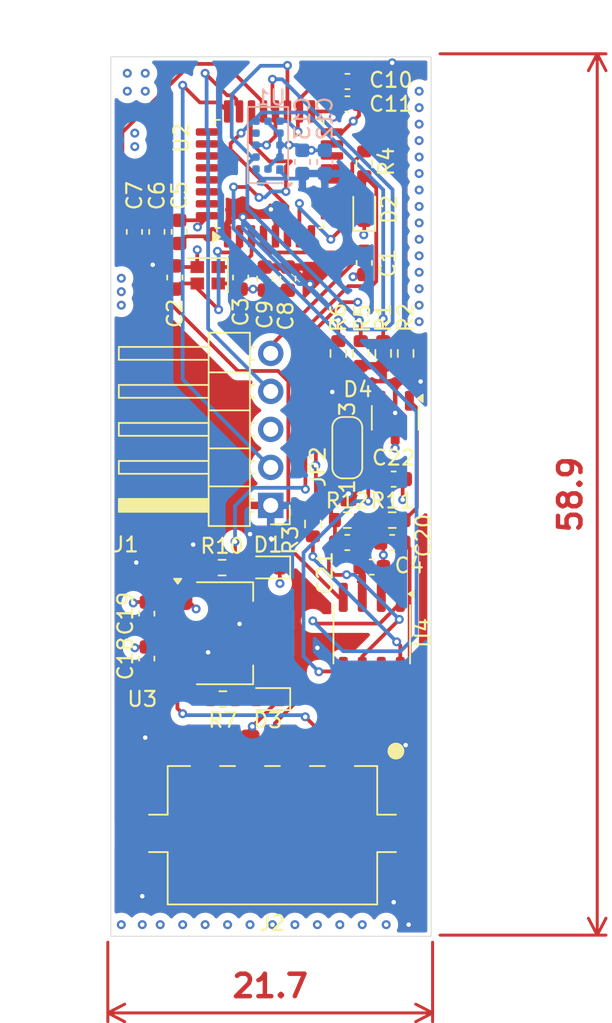
<source format=kicad_pcb>
(kicad_pcb
	(version 20241229)
	(generator "pcbnew")
	(generator_version "9.0")
	(general
		(thickness 1.6)
		(legacy_teardrops no)
	)
	(paper "A4")
	(title_block
		(title "tof Sensor Platine")
		(company "Jonas Urban")
	)
	(layers
		(0 "F.Cu" signal)
		(4 "In1.Cu" signal)
		(6 "In2.Cu" signal)
		(2 "B.Cu" signal)
		(9 "F.Adhes" user "F.Adhesive")
		(11 "B.Adhes" user "B.Adhesive")
		(13 "F.Paste" user)
		(15 "B.Paste" user)
		(5 "F.SilkS" user "F.Silkscreen")
		(7 "B.SilkS" user "B.Silkscreen")
		(1 "F.Mask" user)
		(3 "B.Mask" user)
		(17 "Dwgs.User" user "User.Drawings")
		(19 "Cmts.User" user "User.Comments")
		(21 "Eco1.User" user "User.Eco1")
		(23 "Eco2.User" user "User.Eco2")
		(25 "Edge.Cuts" user)
		(27 "Margin" user)
		(31 "F.CrtYd" user "F.Courtyard")
		(29 "B.CrtYd" user "B.Courtyard")
		(35 "F.Fab" user)
		(33 "B.Fab" user)
		(39 "User.1" user)
		(41 "User.2" user)
		(43 "User.3" user)
		(45 "User.4" user)
	)
	(setup
		(stackup
			(layer "F.SilkS"
				(type "Top Silk Screen")
			)
			(layer "F.Paste"
				(type "Top Solder Paste")
			)
			(layer "F.Mask"
				(type "Top Solder Mask")
				(thickness 0.01)
			)
			(layer "F.Cu"
				(type "copper")
				(thickness 0.035)
			)
			(layer "dielectric 1"
				(type "prepreg")
				(thickness 0.1)
				(material "FR4")
				(epsilon_r 4.5)
				(loss_tangent 0.02)
			)
			(layer "In1.Cu"
				(type "copper")
				(thickness 0.035)
			)
			(layer "dielectric 2"
				(type "core")
				(thickness 1.24)
				(material "FR4")
				(epsilon_r 4.5)
				(loss_tangent 0.02)
			)
			(layer "In2.Cu"
				(type "copper")
				(thickness 0.035)
			)
			(layer "dielectric 3"
				(type "prepreg")
				(thickness 0.1)
				(material "FR4")
				(epsilon_r 4.5)
				(loss_tangent 0.02)
			)
			(layer "B.Cu"
				(type "copper")
				(thickness 0.035)
			)
			(layer "B.Mask"
				(type "Bottom Solder Mask")
				(thickness 0.01)
			)
			(layer "B.Paste"
				(type "Bottom Solder Paste")
			)
			(layer "B.SilkS"
				(type "Bottom Silk Screen")
			)
			(copper_finish "None")
			(dielectric_constraints no)
		)
		(pad_to_mask_clearance 0)
		(allow_soldermask_bridges_in_footprints no)
		(tenting front back)
		(pcbplotparams
			(layerselection 0x00000000_00000000_55555555_5755f5ff)
			(plot_on_all_layers_selection 0x00000000_00000000_00000000_00000000)
			(disableapertmacros no)
			(usegerberextensions no)
			(usegerberattributes yes)
			(usegerberadvancedattributes yes)
			(creategerberjobfile yes)
			(dashed_line_dash_ratio 12.000000)
			(dashed_line_gap_ratio 3.000000)
			(svgprecision 4)
			(plotframeref no)
			(mode 1)
			(useauxorigin no)
			(hpglpennumber 1)
			(hpglpenspeed 20)
			(hpglpendiameter 15.000000)
			(pdf_front_fp_property_popups yes)
			(pdf_back_fp_property_popups yes)
			(pdf_metadata yes)
			(pdf_single_document no)
			(dxfpolygonmode yes)
			(dxfimperialunits yes)
			(dxfusepcbnewfont yes)
			(psnegative no)
			(psa4output no)
			(plot_black_and_white yes)
			(sketchpadsonfab no)
			(plotpadnumbers no)
			(hidednponfab no)
			(sketchdnponfab yes)
			(crossoutdnponfab yes)
			(subtractmaskfromsilk no)
			(outputformat 1)
			(mirror no)
			(drillshape 1)
			(scaleselection 1)
			(outputdirectory "")
		)
	)
	(net 0 "")
	(net 1 "GND")
	(net 2 "/NRST")
	(net 3 "/RCC_OSC_IN")
	(net 4 "/RCC_OSC_OUT")
	(net 5 "+3V3")
	(net 6 "+5V")
	(net 7 "/CarCAN_HIGH")
	(net 8 "/CarCAN_LOW")
	(net 9 "/V_{ref}")
	(net 10 "Net-(D2-A)")
	(net 11 "/SWCLK")
	(net 12 "/SWDIO")
	(net 13 "Net-(JP2-C)")
	(net 14 "Net-(U1-GPIO1)")
	(net 15 "Net-(U1-XSHUT)")
	(net 16 "Net-(U6-Rs)")
	(net 17 "Net-(U2-PA1)")
	(net 18 "Net-(U1-SCL)")
	(net 19 "Net-(U1-SDA)")
	(net 20 "unconnected-(U1-DNC-Pad8)")
	(net 21 "unconnected-(U2-PA4-Pad10)")
	(net 22 "unconnected-(U2-PA5-Pad11)")
	(net 23 "unconnected-(U2-PB8-Pad31)")
	(net 24 "unconnected-(U2-PB5-Pad28)")
	(net 25 "/CarCAN_TX")
	(net 26 "unconnected-(U2-PA7-Pad13)")
	(net 27 "/CarCAN_RX")
	(net 28 "unconnected-(U2-PA2-Pad8)")
	(net 29 "unconnected-(U2-PB1-Pad15)")
	(net 30 "unconnected-(U2-PB6-Pad29)")
	(net 31 "unconnected-(U2-PA6-Pad12)")
	(net 32 "unconnected-(U2-PB4-Pad27)")
	(net 33 "unconnected-(U2-PA15-Pad25)")
	(net 34 "unconnected-(U2-PB0-Pad14)")
	(net 35 "unconnected-(U2-PB3-Pad26)")
	(net 36 "unconnected-(U2-PB7-Pad30)")
	(net 37 "unconnected-(U2-PA3-Pad9)")
	(net 38 "Net-(D3-A)")
	(footprint "Capacitor_SMD:C_0603_1608Metric" (layer "F.Cu") (at 218.275 77.4 90))
	(footprint "Resistor_SMD:R_0603_1608Metric" (layer "F.Cu") (at 230.635 72.85 -90))
	(footprint "Capacitor_SMD:C_0603_1608Metric" (layer "F.Cu") (at 232.5 98.1625 180))
	(footprint "Resistor_SMD:R_0603_1608Metric" (layer "F.Cu") (at 221.1875 108.625))
	(footprint "LED_SMD:LED_0603_1608Metric" (layer "F.Cu") (at 224.2 108.625 180))
	(footprint "Capacitor_SMD:C_0603_1608Metric" (layer "F.Cu") (at 229.5 98.1625 180))
	(footprint "Connector_PinHeader_2.54mm:PinHeader_1x05_P2.54mm_Horizontal" (layer "F.Cu") (at 224.385 95.68 180))
	(footprint "Capacitor_SMD:C_0603_1608Metric" (layer "F.Cu") (at 229.51 68.85))
	(footprint "FaSTTUBe_connectors:Micro_Mate-N-Lok_4p_horizontal" (layer "F.Cu") (at 224.5 117.6))
	(footprint "Capacitor_SMD:C_0603_1608Metric" (layer "F.Cu") (at 229.51 67.35))
	(footprint "Capacitor_SMD:C_0603_1608Metric" (layer "F.Cu") (at 222.375 80.45 90))
	(footprint "Package_TO_SOT_SMD:SOT-223-3_TabPin2" (layer "F.Cu") (at 221.3 104.225))
	(footprint "Capacitor_SMD:C_0603_1608Metric" (layer "F.Cu") (at 215.275 77.4 90))
	(footprint "Capacitor_SMD:C_0603_1608Metric" (layer "F.Cu") (at 225.535 80.525 -90))
	(footprint "Resistor_SMD:R_0603_1608Metric" (layer "F.Cu") (at 227.2 96.925 90))
	(footprint "Capacitor_SMD:C_0603_1608Metric" (layer "F.Cu") (at 216.1 105.915 90))
	(footprint "Resistor_SMD:R_0603_1608Metric" (layer "F.Cu") (at 232.5 96.6625 180))
	(footprint "Capacitor_SMD:C_0603_1608Metric" (layer "F.Cu") (at 230.635 79.475 90))
	(footprint "Resistor_SMD:R_0603_1608Metric" (layer "F.Cu") (at 229.5 96.6625 180))
	(footprint "Resistor_SMD:R_0603_1608Metric" (layer "F.Cu") (at 231.9 85.525 90))
	(footprint "Capacitor_SMD:C_0603_1608Metric" (layer "F.Cu") (at 217.975 80.45 -90))
	(footprint "Package_SO:SOIC-8_3.9x4.9mm_P1.27mm" (layer "F.Cu") (at 231.135 104.3 -90))
	(footprint "LED_SMD:LED_0603_1608Metric" (layer "F.Cu") (at 224.2 99.825 180))
	(footprint "Jumper:SolderJumper-3_P1.3mm_Open_RoundedPad1.0x1.5mm_NumberLabels" (layer "F.Cu") (at 229.5 91.825 90))
	(footprint "Capacitor_SMD:C_0603_1608Metric" (layer "F.Cu") (at 216.775 77.4 90))
	(footprint "Package_TO_SOT_SMD:SOT-23-3" (layer "F.Cu") (at 232.7 89.825 -90))
	(footprint "Capacitor_SMD:C_0603_1608Metric" (layer "F.Cu") (at 216.1 102.915 90))
	(footprint "LED_SMD:LED_0603_1608Metric" (layer "F.Cu") (at 230.635 75.85 90))
	(footprint "Capacitor_SMD:C_0603_1608Metric" (layer "F.Cu") (at 223.985 80.525 -90))
	(footprint "Resistor_SMD:R_0603_1608Metric" (layer "F.Cu") (at 230.4 85.525 90))
	(footprint "Resistor_SMD:R_0603_1608Metric" (layer "F.Cu") (at 233.4 85.525 90))
	(footprint "Package_QFP:LQFP-32_7x7mm_P0.8mm" (layer "F.Cu") (at 224.3 73.525 90))
	(footprint "Capacitor_SMD:C_0603_1608Metric" (layer "F.Cu") (at 231.135 99.8))
	(footprint "Resistor_SMD:R_0603_1608Metric" (layer "F.Cu") (at 228.9 85.525 90))
	(footprint "FaSTTUBe_Crystals:Crystal_SMD_2016-4Pin_2.0x1.6mm" (layer "F.Cu") (at 220.175 80.3 180))
	(footprint "Resistor_SMD:R_0603_1608Metric" (layer "F.Cu") (at 221.135 99.84))
	(footprint "Capacitor_SMD:C_0603_1608Metric" (layer "F.Cu") (at 232.6 93.925))
	(footprint "Capacitor_SMD:C_0603_1608Metric" (layer "B.Cu") (at 226.5 72.725 90))
	(footprint "Sensor_Distance:ST_VL53L1x"
		(layer "B.Cu")
		(uuid "702a70e2-a849-4c47-81e5-9c651ea44164")
		(at 224.2 71.6 90)
		(descr "VL53L1x distance sensor")
		(tags "VL53L1CXV0FY1 VL53L1x")
		(property "Reference" "U1"
			(at 3.175 0.2 0)
			(layer "B.SilkS")
			(uuid "9de86c8e-880e-4ba9-aa9e-a5461e0096f4")
			(effects
				(font
					(size 1 1)
					(thickness 0.15)
				)
				(justify mirror)
			)
		)
		(property "Value" "VL53L0CXV0DH1"
			(at 0 -2.3 90)
			(layer "B.Fab")
			(uuid "60276126-9b89-42a5-8340-0593e632d824")
			(effects
				(font
					(size 1 1)
					(thickness 0.15)
				)
				(justify mirror)
			)
		)
		(property "Datasheet" "https://www.st.com/resource/en/datasheet/vl53l0x.pdf"
			(at 0 0 270)
			(unlocked yes)
			(layer "B.Fab")
			(hide yes)
			(uuid "eac4d2cc-58c0-4269-a49d-6d428bcb9e74")
			(effects
				(font
					(size 1.27 1.27)
					(thickness 0.15)
				)
				(justify mirror)
			)
		)
		(property "Description" "2m distance ranging ToF sensor, Optical LGA12"
			(at 0 0 270)
			(unlocked yes)
			(layer "B.Fab")
			(hide yes)
			(uuid "ea32342b-9230-4180-9e1e-1ecaf05357c5")
			(effects
				(font
					(size 1.27 1.27)
					(thickness 0.15)
				)
				
... [381844 chars truncated]
</source>
